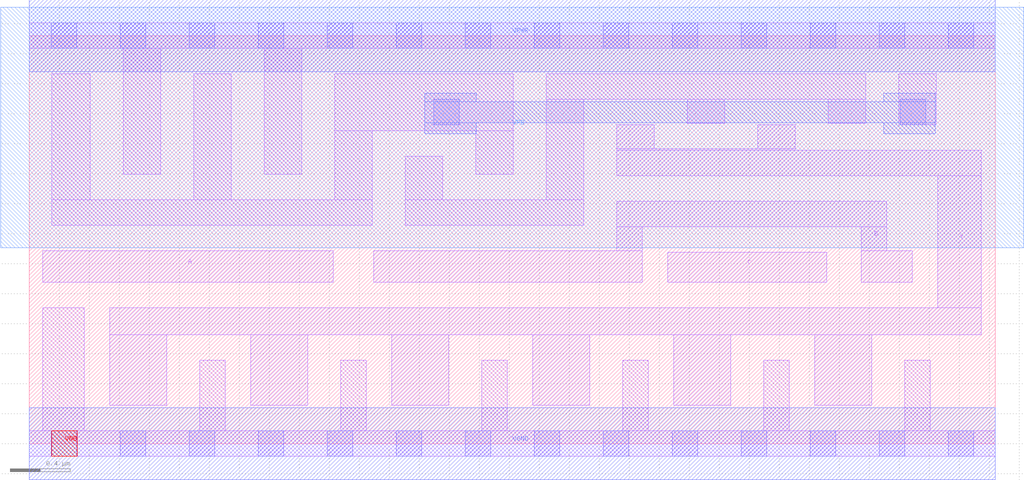
<source format=lef>
# Copyright 2020 The SkyWater PDK Authors
#
# Licensed under the Apache License, Version 2.0 (the "License");
# you may not use this file except in compliance with the License.
# You may obtain a copy of the License at
#
#     https://www.apache.org/licenses/LICENSE-2.0
#
# Unless required by applicable law or agreed to in writing, software
# distributed under the License is distributed on an "AS IS" BASIS,
# WITHOUT WARRANTIES OR CONDITIONS OF ANY KIND, either express or implied.
# See the License for the specific language governing permissions and
# limitations under the License.
#
# SPDX-License-Identifier: Apache-2.0

VERSION 5.7 ;
  NOWIREEXTENSIONATPIN ON ;
  DIVIDERCHAR "/" ;
  BUSBITCHARS "[]" ;
PROPERTYDEFINITIONS
  MACRO maskLayoutSubType STRING ;
  MACRO prCellType STRING ;
  MACRO originalViewName STRING ;
END PROPERTYDEFINITIONS
MACRO sky130_fd_sc_hdll__nor3_4
  CLASS CORE ;
  FOREIGN sky130_fd_sc_hdll__nor3_4 ;
  ORIGIN  0.000000  0.000000 ;
  SIZE  6.440000 BY  2.720000 ;
  SYMMETRY X Y R90 ;
  SITE unithd ;
  PIN A
    ANTENNAGATEAREA  1.110000 ;
    DIRECTION INPUT ;
    USE SIGNAL ;
    PORT
      LAYER li1 ;
        RECT 0.090000 1.075000 2.025000 1.285000 ;
    END
  END A
  PIN B
    ANTENNAGATEAREA  1.110000 ;
    DIRECTION INPUT ;
    USE SIGNAL ;
    PORT
      LAYER li1 ;
        RECT 2.295000 1.075000 4.085000 1.285000 ;
        RECT 3.915000 1.285000 4.085000 1.445000 ;
        RECT 3.915000 1.445000 5.715000 1.615000 ;
        RECT 5.545000 1.075000 5.885000 1.285000 ;
        RECT 5.545000 1.285000 5.715000 1.445000 ;
    END
  END B
  PIN C
    ANTENNAGATEAREA  1.110000 ;
    DIRECTION INPUT ;
    USE SIGNAL ;
    PORT
      LAYER li1 ;
        RECT 4.255000 1.075000 5.315000 1.275000 ;
    END
  END C
  PIN Y
    ANTENNADIFFAREA  1.828000 ;
    DIRECTION OUTPUT ;
    USE SIGNAL ;
    PORT
      LAYER li1 ;
        RECT 0.535000 0.255000 0.915000 0.725000 ;
        RECT 0.535000 0.725000 6.345000 0.905000 ;
        RECT 1.475000 0.255000 1.855000 0.725000 ;
        RECT 2.415000 0.255000 2.795000 0.725000 ;
        RECT 3.355000 0.255000 3.735000 0.725000 ;
        RECT 3.915000 1.785000 6.345000 1.955000 ;
        RECT 3.915000 1.955000 5.105000 1.965000 ;
        RECT 3.915000 1.965000 4.165000 2.125000 ;
        RECT 4.295000 0.255000 4.675000 0.725000 ;
        RECT 4.855000 1.965000 5.105000 2.125000 ;
        RECT 5.235000 0.255000 5.615000 0.725000 ;
        RECT 6.055000 0.905000 6.345000 1.785000 ;
    END
  END Y
  PIN VGND
    DIRECTION INOUT ;
    USE GROUND ;
    PORT
      LAYER met1 ;
        RECT 0.000000 -0.240000 6.440000 0.240000 ;
    END
  END VGND
  PIN VNB
    DIRECTION INOUT ;
    USE GROUND ;
    PORT
      LAYER pwell ;
        RECT 0.150000 -0.085000 0.320000 0.085000 ;
    END
  END VNB
  PIN VPB
    DIRECTION INOUT ;
    USE POWER ;
    PORT
      LAYER nwell ;
        RECT -0.190000 1.305000 6.630000 2.910000 ;
    END
  END VPB
  PIN VPWR
    DIRECTION INOUT ;
    USE POWER ;
    PORT
      LAYER met1 ;
        RECT 0.000000 2.480000 6.440000 2.960000 ;
    END
  END VPWR
  OBS
    LAYER li1 ;
      RECT 0.000000 -0.085000 6.440000 0.085000 ;
      RECT 0.000000  2.635000 6.440000 2.805000 ;
      RECT 0.090000  0.085000 0.365000 0.905000 ;
      RECT 0.150000  1.455000 2.285000 1.625000 ;
      RECT 0.150000  1.625000 0.405000 2.465000 ;
      RECT 0.625000  1.795000 0.875000 2.635000 ;
      RECT 1.095000  1.625000 1.345000 2.465000 ;
      RECT 1.135000  0.085000 1.305000 0.555000 ;
      RECT 1.565000  1.795000 1.815000 2.635000 ;
      RECT 2.035000  1.625000 2.285000 2.085000 ;
      RECT 2.035000  2.085000 3.225000 2.465000 ;
      RECT 2.075000  0.085000 2.245000 0.555000 ;
      RECT 2.505000  1.455000 3.695000 1.625000 ;
      RECT 2.505000  1.625000 2.755000 1.915000 ;
      RECT 2.975000  1.795000 3.225000 2.085000 ;
      RECT 3.015000  0.085000 3.185000 0.555000 ;
      RECT 3.445000  1.625000 3.695000 2.295000 ;
      RECT 3.445000  2.295000 5.575000 2.465000 ;
      RECT 3.955000  0.085000 4.125000 0.555000 ;
      RECT 4.385000  2.135000 4.635000 2.295000 ;
      RECT 4.895000  0.085000 5.065000 0.555000 ;
      RECT 5.325000  2.135000 5.575000 2.295000 ;
      RECT 5.795000  2.125000 6.045000 2.465000 ;
      RECT 5.835000  0.085000 6.005000 0.555000 ;
    LAYER mcon ;
      RECT 0.145000 -0.085000 0.315000 0.085000 ;
      RECT 0.145000  2.635000 0.315000 2.805000 ;
      RECT 0.605000 -0.085000 0.775000 0.085000 ;
      RECT 0.605000  2.635000 0.775000 2.805000 ;
      RECT 1.065000 -0.085000 1.235000 0.085000 ;
      RECT 1.065000  2.635000 1.235000 2.805000 ;
      RECT 1.525000 -0.085000 1.695000 0.085000 ;
      RECT 1.525000  2.635000 1.695000 2.805000 ;
      RECT 1.985000 -0.085000 2.155000 0.085000 ;
      RECT 1.985000  2.635000 2.155000 2.805000 ;
      RECT 2.445000 -0.085000 2.615000 0.085000 ;
      RECT 2.445000  2.635000 2.615000 2.805000 ;
      RECT 2.695000  2.125000 2.865000 2.295000 ;
      RECT 2.905000 -0.085000 3.075000 0.085000 ;
      RECT 2.905000  2.635000 3.075000 2.805000 ;
      RECT 3.365000 -0.085000 3.535000 0.085000 ;
      RECT 3.365000  2.635000 3.535000 2.805000 ;
      RECT 3.825000 -0.085000 3.995000 0.085000 ;
      RECT 3.825000  2.635000 3.995000 2.805000 ;
      RECT 4.285000 -0.085000 4.455000 0.085000 ;
      RECT 4.285000  2.635000 4.455000 2.805000 ;
      RECT 4.745000 -0.085000 4.915000 0.085000 ;
      RECT 4.745000  2.635000 4.915000 2.805000 ;
      RECT 5.205000 -0.085000 5.375000 0.085000 ;
      RECT 5.205000  2.635000 5.375000 2.805000 ;
      RECT 5.665000 -0.085000 5.835000 0.085000 ;
      RECT 5.665000  2.635000 5.835000 2.805000 ;
      RECT 5.805000  2.125000 5.975000 2.295000 ;
      RECT 6.125000 -0.085000 6.295000 0.085000 ;
      RECT 6.125000  2.635000 6.295000 2.805000 ;
    LAYER met1 ;
      RECT 2.635000 2.065000 2.980000 2.140000 ;
      RECT 2.635000 2.140000 6.040000 2.280000 ;
      RECT 2.635000 2.280000 2.980000 2.335000 ;
      RECT 5.695000 2.065000 6.040000 2.140000 ;
      RECT 5.695000 2.280000 6.040000 2.335000 ;
  END
  PROPERTY maskLayoutSubType "abstract" ;
  PROPERTY prCellType "standard" ;
  PROPERTY originalViewName "layout" ;
END sky130_fd_sc_hdll__nor3_4
END LIBRARY

</source>
